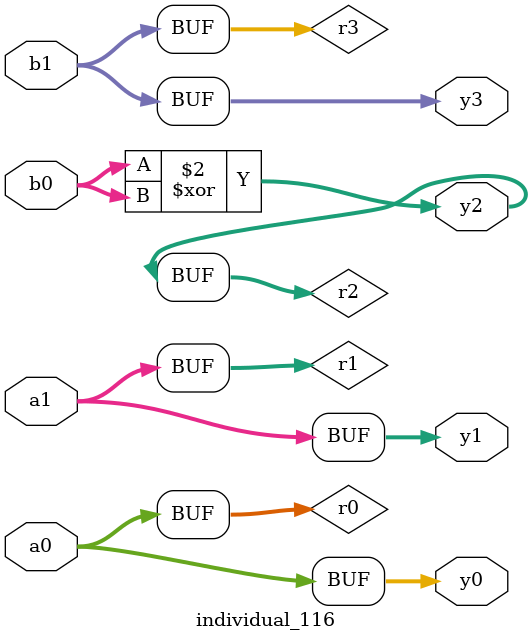
<source format=sv>
module individual_116(input logic [15:0] a1, input logic [15:0] a0, input logic [15:0] b1, input logic [15:0] b0, output logic [15:0] y3, output logic [15:0] y2, output logic [15:0] y1, output logic [15:0] y0);
logic [15:0] r0, r1, r2, r3; 
 always@(*) begin 
	 r0 = a0; r1 = a1; r2 = b0; r3 = b1; 
 	 r2  ^=  b0 ;
 	 y3 = r3; y2 = r2; y1 = r1; y0 = r0; 
end
endmodule
</source>
